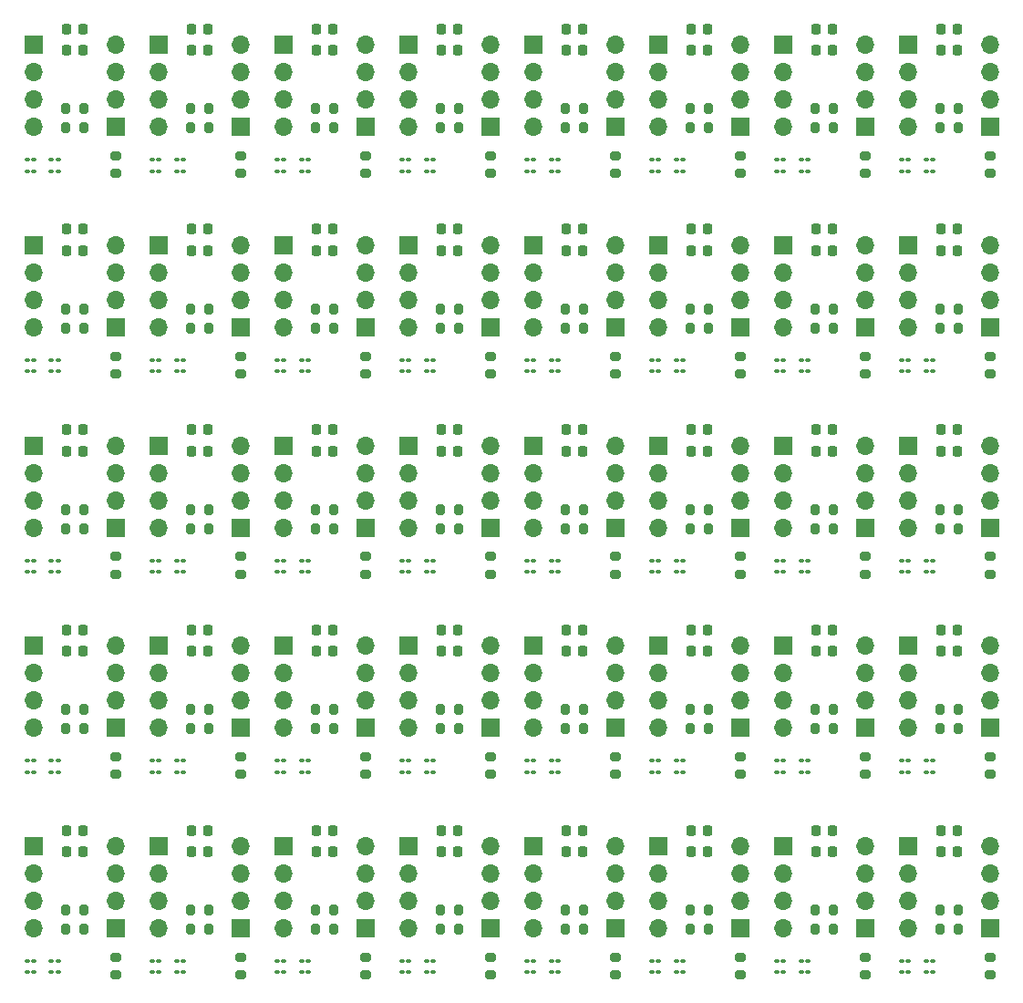
<source format=gbr>
%TF.GenerationSoftware,KiCad,Pcbnew,8.0.8*%
%TF.CreationDate,2025-03-09T21:38:21+09:00*%
%TF.ProjectId,panelized,70616e65-6c69-47a6-9564-2e6b69636164,rev?*%
%TF.SameCoordinates,Original*%
%TF.FileFunction,Soldermask,Bot*%
%TF.FilePolarity,Negative*%
%FSLAX46Y46*%
G04 Gerber Fmt 4.6, Leading zero omitted, Abs format (unit mm)*
G04 Created by KiCad (PCBNEW 8.0.8) date 2025-03-09 21:38:21*
%MOMM*%
%LPD*%
G01*
G04 APERTURE LIST*
G04 Aperture macros list*
%AMRoundRect*
0 Rectangle with rounded corners*
0 $1 Rounding radius*
0 $2 $3 $4 $5 $6 $7 $8 $9 X,Y pos of 4 corners*
0 Add a 4 corners polygon primitive as box body*
4,1,4,$2,$3,$4,$5,$6,$7,$8,$9,$2,$3,0*
0 Add four circle primitives for the rounded corners*
1,1,$1+$1,$2,$3*
1,1,$1+$1,$4,$5*
1,1,$1+$1,$6,$7*
1,1,$1+$1,$8,$9*
0 Add four rect primitives between the rounded corners*
20,1,$1+$1,$2,$3,$4,$5,0*
20,1,$1+$1,$4,$5,$6,$7,0*
20,1,$1+$1,$6,$7,$8,$9,0*
20,1,$1+$1,$8,$9,$2,$3,0*%
G04 Aperture macros list end*
%ADD10RoundRect,0.100000X0.130000X0.100000X-0.130000X0.100000X-0.130000X-0.100000X0.130000X-0.100000X0*%
%ADD11RoundRect,0.225000X-0.225000X-0.250000X0.225000X-0.250000X0.225000X0.250000X-0.225000X0.250000X0*%
%ADD12RoundRect,0.200000X0.200000X0.275000X-0.200000X0.275000X-0.200000X-0.275000X0.200000X-0.275000X0*%
%ADD13R,1.700000X1.700000*%
%ADD14O,1.700000X1.700000*%
%ADD15RoundRect,0.200000X0.275000X-0.200000X0.275000X0.200000X-0.275000X0.200000X-0.275000X-0.200000X0*%
%ADD16RoundRect,0.225000X0.225000X0.250000X-0.225000X0.250000X-0.225000X-0.250000X0.225000X-0.250000X0*%
G04 APERTURE END LIST*
D10*
%TO.C,JP3*%
X1720000Y-15850000D03*
X1080000Y-15850000D03*
%TD*%
D11*
%TO.C,C1*%
X39525000Y-24300000D03*
X41075000Y-24300000D03*
%TD*%
D10*
%TO.C,JP3*%
X59720000Y-15850000D03*
X59080000Y-15850000D03*
%TD*%
%TO.C,JP3*%
X36520000Y-53050000D03*
X35880000Y-53050000D03*
%TD*%
D12*
%TO.C,R3*%
X6325000Y-11100000D03*
X4675000Y-11100000D03*
%TD*%
D13*
%TO.C,J3*%
X67310000Y-50010000D03*
D14*
X67310000Y-47470000D03*
X67310000Y-44930000D03*
X67310000Y-42390000D03*
%TD*%
D10*
%TO.C,JP3*%
X82920000Y-15850000D03*
X82280000Y-15850000D03*
%TD*%
D12*
%TO.C,R3*%
X52725000Y-29700000D03*
X51075000Y-29700000D03*
%TD*%
D11*
%TO.C,C1*%
X16325000Y-5700000D03*
X17875000Y-5700000D03*
%TD*%
D10*
%TO.C,JP2*%
X4000000Y-72700000D03*
X3360000Y-72700000D03*
%TD*%
D13*
%TO.C,J3*%
X20910000Y-68610000D03*
D14*
X20910000Y-66070000D03*
X20910000Y-63530000D03*
X20910000Y-60990000D03*
%TD*%
D12*
%TO.C,R3*%
X75925000Y-11100000D03*
X74275000Y-11100000D03*
%TD*%
D13*
%TO.C,J3*%
X32510000Y-31410000D03*
D14*
X32510000Y-28870000D03*
X32510000Y-26330000D03*
X32510000Y-23790000D03*
%TD*%
D10*
%TO.C,JP4*%
X13320000Y-91300000D03*
X12680000Y-91300000D03*
%TD*%
%TO.C,JP4*%
X82920000Y-35500000D03*
X82280000Y-35500000D03*
%TD*%
D12*
%TO.C,R1*%
X87525000Y-87300000D03*
X85875000Y-87300000D03*
%TD*%
%TO.C,R1*%
X64325000Y-68700000D03*
X62675000Y-68700000D03*
%TD*%
D10*
%TO.C,JP2*%
X50400000Y-16900000D03*
X49760000Y-16900000D03*
%TD*%
%TO.C,JP1*%
X62000000Y-53050000D03*
X61360000Y-53050000D03*
%TD*%
D12*
%TO.C,R1*%
X64325000Y-50100000D03*
X62675000Y-50100000D03*
%TD*%
D13*
%TO.C,J3*%
X67310000Y-31410000D03*
D14*
X67310000Y-28870000D03*
X67310000Y-26330000D03*
X67310000Y-23790000D03*
%TD*%
D13*
%TO.C,J3*%
X67310000Y-12810000D03*
D14*
X67310000Y-10270000D03*
X67310000Y-7730000D03*
X67310000Y-5190000D03*
%TD*%
D13*
%TO.C,J1*%
X13290000Y-5190000D03*
D14*
X13290000Y-7730000D03*
X13290000Y-10270000D03*
X13290000Y-12810000D03*
%TD*%
D10*
%TO.C,JP1*%
X50400000Y-53050000D03*
X49760000Y-53050000D03*
%TD*%
D12*
%TO.C,R1*%
X17925000Y-12900000D03*
X16275000Y-12900000D03*
%TD*%
%TO.C,R1*%
X17925000Y-87300000D03*
X16275000Y-87300000D03*
%TD*%
D15*
%TO.C,R2*%
X9300000Y-17125000D03*
X9300000Y-15475000D03*
%TD*%
D13*
%TO.C,J1*%
X82890000Y-60990000D03*
D14*
X82890000Y-63530000D03*
X82890000Y-66070000D03*
X82890000Y-68610000D03*
%TD*%
D10*
%TO.C,JP2*%
X73600000Y-35500000D03*
X72960000Y-35500000D03*
%TD*%
D13*
%TO.C,J1*%
X1690000Y-79590000D03*
D14*
X1690000Y-82130000D03*
X1690000Y-84670000D03*
X1690000Y-87210000D03*
%TD*%
D10*
%TO.C,JP4*%
X1720000Y-72700000D03*
X1080000Y-72700000D03*
%TD*%
D11*
%TO.C,C1*%
X16325000Y-24300000D03*
X17875000Y-24300000D03*
%TD*%
D10*
%TO.C,JP1*%
X73600000Y-34450000D03*
X72960000Y-34450000D03*
%TD*%
%TO.C,JP4*%
X36520000Y-91300000D03*
X35880000Y-91300000D03*
%TD*%
D16*
%TO.C,C2*%
X6275000Y-22300000D03*
X4725000Y-22300000D03*
%TD*%
D12*
%TO.C,R3*%
X29525000Y-11100000D03*
X27875000Y-11100000D03*
%TD*%
D15*
%TO.C,R2*%
X78900000Y-91525000D03*
X78900000Y-89875000D03*
%TD*%
D10*
%TO.C,JP2*%
X38800000Y-91300000D03*
X38160000Y-91300000D03*
%TD*%
D13*
%TO.C,J3*%
X44110000Y-68610000D03*
D14*
X44110000Y-66070000D03*
X44110000Y-63530000D03*
X44110000Y-60990000D03*
%TD*%
D13*
%TO.C,J3*%
X78910000Y-68610000D03*
D14*
X78910000Y-66070000D03*
X78910000Y-63530000D03*
X78910000Y-60990000D03*
%TD*%
D15*
%TO.C,R2*%
X78900000Y-54325000D03*
X78900000Y-52675000D03*
%TD*%
D10*
%TO.C,JP4*%
X24920000Y-72700000D03*
X24280000Y-72700000D03*
%TD*%
D15*
%TO.C,R2*%
X55700000Y-91525000D03*
X55700000Y-89875000D03*
%TD*%
D10*
%TO.C,JP3*%
X13320000Y-15850000D03*
X12680000Y-15850000D03*
%TD*%
%TO.C,JP2*%
X15600000Y-91300000D03*
X14960000Y-91300000D03*
%TD*%
%TO.C,JP4*%
X36520000Y-72700000D03*
X35880000Y-72700000D03*
%TD*%
%TO.C,JP3*%
X71320000Y-53050000D03*
X70680000Y-53050000D03*
%TD*%
D13*
%TO.C,J1*%
X82890000Y-42390000D03*
D14*
X82890000Y-44930000D03*
X82890000Y-47470000D03*
X82890000Y-50010000D03*
%TD*%
D15*
%TO.C,R2*%
X78900000Y-72925000D03*
X78900000Y-71275000D03*
%TD*%
D11*
%TO.C,C1*%
X51125000Y-24300000D03*
X52675000Y-24300000D03*
%TD*%
D16*
%TO.C,C2*%
X17875000Y-22300000D03*
X16325000Y-22300000D03*
%TD*%
D10*
%TO.C,JP3*%
X24920000Y-34450000D03*
X24280000Y-34450000D03*
%TD*%
%TO.C,JP3*%
X1720000Y-90250000D03*
X1080000Y-90250000D03*
%TD*%
D15*
%TO.C,R2*%
X44100000Y-72925000D03*
X44100000Y-71275000D03*
%TD*%
D12*
%TO.C,R1*%
X29525000Y-12900000D03*
X27875000Y-12900000D03*
%TD*%
D13*
%TO.C,J1*%
X59690000Y-60990000D03*
D14*
X59690000Y-63530000D03*
X59690000Y-66070000D03*
X59690000Y-68610000D03*
%TD*%
D10*
%TO.C,JP1*%
X62000000Y-34450000D03*
X61360000Y-34450000D03*
%TD*%
%TO.C,JP4*%
X59720000Y-91300000D03*
X59080000Y-91300000D03*
%TD*%
%TO.C,JP4*%
X24920000Y-35500000D03*
X24280000Y-35500000D03*
%TD*%
D11*
%TO.C,C1*%
X85925000Y-5700000D03*
X87475000Y-5700000D03*
%TD*%
D10*
%TO.C,JP3*%
X24920000Y-71650000D03*
X24280000Y-71650000D03*
%TD*%
D12*
%TO.C,R1*%
X17925000Y-68700000D03*
X16275000Y-68700000D03*
%TD*%
D16*
%TO.C,C2*%
X87475000Y-40900000D03*
X85925000Y-40900000D03*
%TD*%
D10*
%TO.C,JP3*%
X24920000Y-15850000D03*
X24280000Y-15850000D03*
%TD*%
D13*
%TO.C,J3*%
X90510000Y-87210000D03*
D14*
X90510000Y-84670000D03*
X90510000Y-82130000D03*
X90510000Y-79590000D03*
%TD*%
D10*
%TO.C,JP1*%
X85200000Y-15850000D03*
X84560000Y-15850000D03*
%TD*%
D11*
%TO.C,C1*%
X4725000Y-5700000D03*
X6275000Y-5700000D03*
%TD*%
D10*
%TO.C,JP1*%
X15600000Y-71650000D03*
X14960000Y-71650000D03*
%TD*%
%TO.C,JP2*%
X4000000Y-35500000D03*
X3360000Y-35500000D03*
%TD*%
%TO.C,JP4*%
X48120000Y-35500000D03*
X47480000Y-35500000D03*
%TD*%
D13*
%TO.C,J1*%
X24890000Y-42390000D03*
D14*
X24890000Y-44930000D03*
X24890000Y-47470000D03*
X24890000Y-50010000D03*
%TD*%
D13*
%TO.C,J1*%
X13290000Y-23790000D03*
D14*
X13290000Y-26330000D03*
X13290000Y-28870000D03*
X13290000Y-31410000D03*
%TD*%
D15*
%TO.C,R2*%
X55700000Y-35725000D03*
X55700000Y-34075000D03*
%TD*%
D13*
%TO.C,J1*%
X1690000Y-5190000D03*
D14*
X1690000Y-7730000D03*
X1690000Y-10270000D03*
X1690000Y-12810000D03*
%TD*%
D12*
%TO.C,R3*%
X87525000Y-11100000D03*
X85875000Y-11100000D03*
%TD*%
%TO.C,R3*%
X41125000Y-66900000D03*
X39475000Y-66900000D03*
%TD*%
D10*
%TO.C,JP3*%
X36520000Y-34450000D03*
X35880000Y-34450000D03*
%TD*%
%TO.C,JP2*%
X62000000Y-54100000D03*
X61360000Y-54100000D03*
%TD*%
D13*
%TO.C,J3*%
X78910000Y-31410000D03*
D14*
X78910000Y-28870000D03*
X78910000Y-26330000D03*
X78910000Y-23790000D03*
%TD*%
D15*
%TO.C,R2*%
X67300000Y-72925000D03*
X67300000Y-71275000D03*
%TD*%
D10*
%TO.C,JP2*%
X62000000Y-72700000D03*
X61360000Y-72700000D03*
%TD*%
D15*
%TO.C,R2*%
X90500000Y-35725000D03*
X90500000Y-34075000D03*
%TD*%
D13*
%TO.C,J1*%
X24890000Y-60990000D03*
D14*
X24890000Y-63530000D03*
X24890000Y-66070000D03*
X24890000Y-68610000D03*
%TD*%
D10*
%TO.C,JP4*%
X71320000Y-91300000D03*
X70680000Y-91300000D03*
%TD*%
%TO.C,JP1*%
X38800000Y-90250000D03*
X38160000Y-90250000D03*
%TD*%
%TO.C,JP2*%
X15600000Y-35500000D03*
X14960000Y-35500000D03*
%TD*%
%TO.C,JP1*%
X62000000Y-90250000D03*
X61360000Y-90250000D03*
%TD*%
D15*
%TO.C,R2*%
X90500000Y-17125000D03*
X90500000Y-15475000D03*
%TD*%
D11*
%TO.C,C1*%
X74325000Y-61500000D03*
X75875000Y-61500000D03*
%TD*%
D12*
%TO.C,R3*%
X64325000Y-85500000D03*
X62675000Y-85500000D03*
%TD*%
%TO.C,R1*%
X6325000Y-87300000D03*
X4675000Y-87300000D03*
%TD*%
D13*
%TO.C,J3*%
X78910000Y-12810000D03*
D14*
X78910000Y-10270000D03*
X78910000Y-7730000D03*
X78910000Y-5190000D03*
%TD*%
D15*
%TO.C,R2*%
X67300000Y-54325000D03*
X67300000Y-52675000D03*
%TD*%
D10*
%TO.C,JP1*%
X50400000Y-71650000D03*
X49760000Y-71650000D03*
%TD*%
D16*
%TO.C,C2*%
X87475000Y-78100000D03*
X85925000Y-78100000D03*
%TD*%
D12*
%TO.C,R1*%
X64325000Y-12900000D03*
X62675000Y-12900000D03*
%TD*%
D10*
%TO.C,JP1*%
X4000000Y-34450000D03*
X3360000Y-34450000D03*
%TD*%
%TO.C,JP4*%
X24920000Y-54100000D03*
X24280000Y-54100000D03*
%TD*%
D15*
%TO.C,R2*%
X78900000Y-35725000D03*
X78900000Y-34075000D03*
%TD*%
D12*
%TO.C,R3*%
X6325000Y-85500000D03*
X4675000Y-85500000D03*
%TD*%
D10*
%TO.C,JP4*%
X24920000Y-16900000D03*
X24280000Y-16900000D03*
%TD*%
%TO.C,JP4*%
X1720000Y-35500000D03*
X1080000Y-35500000D03*
%TD*%
D13*
%TO.C,J1*%
X48090000Y-60990000D03*
D14*
X48090000Y-63530000D03*
X48090000Y-66070000D03*
X48090000Y-68610000D03*
%TD*%
D11*
%TO.C,C1*%
X62725000Y-24300000D03*
X64275000Y-24300000D03*
%TD*%
D10*
%TO.C,JP2*%
X85200000Y-35500000D03*
X84560000Y-35500000D03*
%TD*%
%TO.C,JP1*%
X27200000Y-34450000D03*
X26560000Y-34450000D03*
%TD*%
D12*
%TO.C,R3*%
X75925000Y-85500000D03*
X74275000Y-85500000D03*
%TD*%
D10*
%TO.C,JP3*%
X71320000Y-90250000D03*
X70680000Y-90250000D03*
%TD*%
D15*
%TO.C,R2*%
X67300000Y-35725000D03*
X67300000Y-34075000D03*
%TD*%
D10*
%TO.C,JP4*%
X48120000Y-54100000D03*
X47480000Y-54100000D03*
%TD*%
D11*
%TO.C,C1*%
X27925000Y-5700000D03*
X29475000Y-5700000D03*
%TD*%
D10*
%TO.C,JP2*%
X50400000Y-91300000D03*
X49760000Y-91300000D03*
%TD*%
D12*
%TO.C,R1*%
X75925000Y-12900000D03*
X74275000Y-12900000D03*
%TD*%
D10*
%TO.C,JP1*%
X27200000Y-15850000D03*
X26560000Y-15850000D03*
%TD*%
D13*
%TO.C,J3*%
X78910000Y-87210000D03*
D14*
X78910000Y-84670000D03*
X78910000Y-82130000D03*
X78910000Y-79590000D03*
%TD*%
D12*
%TO.C,R3*%
X87525000Y-66900000D03*
X85875000Y-66900000D03*
%TD*%
D15*
%TO.C,R2*%
X20900000Y-35725000D03*
X20900000Y-34075000D03*
%TD*%
D12*
%TO.C,R1*%
X75925000Y-68700000D03*
X74275000Y-68700000D03*
%TD*%
D13*
%TO.C,J1*%
X36490000Y-60990000D03*
D14*
X36490000Y-63530000D03*
X36490000Y-66070000D03*
X36490000Y-68610000D03*
%TD*%
D12*
%TO.C,R1*%
X29525000Y-87300000D03*
X27875000Y-87300000D03*
%TD*%
D13*
%TO.C,J1*%
X48090000Y-23790000D03*
D14*
X48090000Y-26330000D03*
X48090000Y-28870000D03*
X48090000Y-31410000D03*
%TD*%
D10*
%TO.C,JP3*%
X59720000Y-53050000D03*
X59080000Y-53050000D03*
%TD*%
%TO.C,JP2*%
X27200000Y-54100000D03*
X26560000Y-54100000D03*
%TD*%
%TO.C,JP4*%
X82920000Y-72700000D03*
X82280000Y-72700000D03*
%TD*%
D13*
%TO.C,J1*%
X36490000Y-5190000D03*
D14*
X36490000Y-7730000D03*
X36490000Y-10270000D03*
X36490000Y-12810000D03*
%TD*%
D10*
%TO.C,JP3*%
X82920000Y-53050000D03*
X82280000Y-53050000D03*
%TD*%
%TO.C,JP1*%
X4000000Y-71650000D03*
X3360000Y-71650000D03*
%TD*%
%TO.C,JP2*%
X4000000Y-54100000D03*
X3360000Y-54100000D03*
%TD*%
D12*
%TO.C,R3*%
X52725000Y-66900000D03*
X51075000Y-66900000D03*
%TD*%
D11*
%TO.C,C1*%
X85925000Y-42900000D03*
X87475000Y-42900000D03*
%TD*%
%TO.C,C1*%
X4725000Y-24300000D03*
X6275000Y-24300000D03*
%TD*%
D12*
%TO.C,R1*%
X41125000Y-31500000D03*
X39475000Y-31500000D03*
%TD*%
D11*
%TO.C,C1*%
X39525000Y-5700000D03*
X41075000Y-5700000D03*
%TD*%
D13*
%TO.C,J1*%
X48090000Y-42390000D03*
D14*
X48090000Y-44930000D03*
X48090000Y-47470000D03*
X48090000Y-50010000D03*
%TD*%
D10*
%TO.C,JP4*%
X59720000Y-72700000D03*
X59080000Y-72700000D03*
%TD*%
D11*
%TO.C,C1*%
X51125000Y-80100000D03*
X52675000Y-80100000D03*
%TD*%
D10*
%TO.C,JP2*%
X62000000Y-35500000D03*
X61360000Y-35500000D03*
%TD*%
D13*
%TO.C,J3*%
X90510000Y-50010000D03*
D14*
X90510000Y-47470000D03*
X90510000Y-44930000D03*
X90510000Y-42390000D03*
%TD*%
D10*
%TO.C,JP4*%
X13320000Y-35500000D03*
X12680000Y-35500000D03*
%TD*%
D15*
%TO.C,R2*%
X32500000Y-35725000D03*
X32500000Y-34075000D03*
%TD*%
D10*
%TO.C,JP3*%
X48120000Y-53050000D03*
X47480000Y-53050000D03*
%TD*%
D13*
%TO.C,J3*%
X20910000Y-50010000D03*
D14*
X20910000Y-47470000D03*
X20910000Y-44930000D03*
X20910000Y-42390000D03*
%TD*%
D13*
%TO.C,J3*%
X90510000Y-12810000D03*
D14*
X90510000Y-10270000D03*
X90510000Y-7730000D03*
X90510000Y-5190000D03*
%TD*%
D11*
%TO.C,C1*%
X51125000Y-61500000D03*
X52675000Y-61500000D03*
%TD*%
D12*
%TO.C,R1*%
X6325000Y-12900000D03*
X4675000Y-12900000D03*
%TD*%
D10*
%TO.C,JP2*%
X38800000Y-35500000D03*
X38160000Y-35500000D03*
%TD*%
%TO.C,JP1*%
X50400000Y-34450000D03*
X49760000Y-34450000D03*
%TD*%
%TO.C,JP4*%
X82920000Y-54100000D03*
X82280000Y-54100000D03*
%TD*%
D12*
%TO.C,R3*%
X17925000Y-85500000D03*
X16275000Y-85500000D03*
%TD*%
D10*
%TO.C,JP3*%
X1720000Y-53050000D03*
X1080000Y-53050000D03*
%TD*%
%TO.C,JP1*%
X27200000Y-71650000D03*
X26560000Y-71650000D03*
%TD*%
D13*
%TO.C,J3*%
X44110000Y-12810000D03*
D14*
X44110000Y-10270000D03*
X44110000Y-7730000D03*
X44110000Y-5190000D03*
%TD*%
D10*
%TO.C,JP3*%
X59720000Y-34450000D03*
X59080000Y-34450000D03*
%TD*%
D16*
%TO.C,C2*%
X75875000Y-40900000D03*
X74325000Y-40900000D03*
%TD*%
D11*
%TO.C,C1*%
X62725000Y-5700000D03*
X64275000Y-5700000D03*
%TD*%
D12*
%TO.C,R3*%
X75925000Y-48300000D03*
X74275000Y-48300000D03*
%TD*%
%TO.C,R3*%
X17925000Y-11100000D03*
X16275000Y-11100000D03*
%TD*%
D10*
%TO.C,JP3*%
X82920000Y-90250000D03*
X82280000Y-90250000D03*
%TD*%
D16*
%TO.C,C2*%
X29475000Y-59500000D03*
X27925000Y-59500000D03*
%TD*%
D13*
%TO.C,J1*%
X71290000Y-5190000D03*
D14*
X71290000Y-7730000D03*
X71290000Y-10270000D03*
X71290000Y-12810000D03*
%TD*%
D15*
%TO.C,R2*%
X9300000Y-54325000D03*
X9300000Y-52675000D03*
%TD*%
D12*
%TO.C,R1*%
X75925000Y-87300000D03*
X74275000Y-87300000D03*
%TD*%
D10*
%TO.C,JP2*%
X73600000Y-72700000D03*
X72960000Y-72700000D03*
%TD*%
%TO.C,JP4*%
X13320000Y-72700000D03*
X12680000Y-72700000D03*
%TD*%
%TO.C,JP2*%
X15600000Y-54100000D03*
X14960000Y-54100000D03*
%TD*%
D16*
%TO.C,C2*%
X64275000Y-40900000D03*
X62725000Y-40900000D03*
%TD*%
D10*
%TO.C,JP4*%
X1720000Y-54100000D03*
X1080000Y-54100000D03*
%TD*%
%TO.C,JP2*%
X15600000Y-72700000D03*
X14960000Y-72700000D03*
%TD*%
D15*
%TO.C,R2*%
X44100000Y-17125000D03*
X44100000Y-15475000D03*
%TD*%
D10*
%TO.C,JP4*%
X71320000Y-16900000D03*
X70680000Y-16900000D03*
%TD*%
D13*
%TO.C,J1*%
X13290000Y-79590000D03*
D14*
X13290000Y-82130000D03*
X13290000Y-84670000D03*
X13290000Y-87210000D03*
%TD*%
D10*
%TO.C,JP1*%
X15600000Y-90250000D03*
X14960000Y-90250000D03*
%TD*%
D12*
%TO.C,R1*%
X87525000Y-68700000D03*
X85875000Y-68700000D03*
%TD*%
D11*
%TO.C,C1*%
X85925000Y-61500000D03*
X87475000Y-61500000D03*
%TD*%
D16*
%TO.C,C2*%
X17875000Y-3700000D03*
X16325000Y-3700000D03*
%TD*%
D15*
%TO.C,R2*%
X32500000Y-72925000D03*
X32500000Y-71275000D03*
%TD*%
D13*
%TO.C,J3*%
X9310000Y-87210000D03*
D14*
X9310000Y-84670000D03*
X9310000Y-82130000D03*
X9310000Y-79590000D03*
%TD*%
D10*
%TO.C,JP1*%
X85200000Y-90250000D03*
X84560000Y-90250000D03*
%TD*%
%TO.C,JP4*%
X82920000Y-16900000D03*
X82280000Y-16900000D03*
%TD*%
%TO.C,JP4*%
X13320000Y-54100000D03*
X12680000Y-54100000D03*
%TD*%
%TO.C,JP2*%
X85200000Y-16900000D03*
X84560000Y-16900000D03*
%TD*%
D13*
%TO.C,J3*%
X55710000Y-87210000D03*
D14*
X55710000Y-84670000D03*
X55710000Y-82130000D03*
X55710000Y-79590000D03*
%TD*%
D12*
%TO.C,R3*%
X75925000Y-29700000D03*
X74275000Y-29700000D03*
%TD*%
D10*
%TO.C,JP4*%
X71320000Y-72700000D03*
X70680000Y-72700000D03*
%TD*%
D13*
%TO.C,J1*%
X13290000Y-42390000D03*
D14*
X13290000Y-44930000D03*
X13290000Y-47470000D03*
X13290000Y-50010000D03*
%TD*%
D12*
%TO.C,R3*%
X52725000Y-48300000D03*
X51075000Y-48300000D03*
%TD*%
D13*
%TO.C,J3*%
X44110000Y-31410000D03*
D14*
X44110000Y-28870000D03*
X44110000Y-26330000D03*
X44110000Y-23790000D03*
%TD*%
D15*
%TO.C,R2*%
X20900000Y-54325000D03*
X20900000Y-52675000D03*
%TD*%
D12*
%TO.C,R1*%
X41125000Y-50100000D03*
X39475000Y-50100000D03*
%TD*%
%TO.C,R3*%
X41125000Y-85500000D03*
X39475000Y-85500000D03*
%TD*%
D13*
%TO.C,J1*%
X24890000Y-79590000D03*
D14*
X24890000Y-82130000D03*
X24890000Y-84670000D03*
X24890000Y-87210000D03*
%TD*%
D11*
%TO.C,C1*%
X27925000Y-80100000D03*
X29475000Y-80100000D03*
%TD*%
D10*
%TO.C,JP3*%
X36520000Y-71650000D03*
X35880000Y-71650000D03*
%TD*%
D12*
%TO.C,R3*%
X17925000Y-48300000D03*
X16275000Y-48300000D03*
%TD*%
D16*
%TO.C,C2*%
X6275000Y-78100000D03*
X4725000Y-78100000D03*
%TD*%
%TO.C,C2*%
X87475000Y-59500000D03*
X85925000Y-59500000D03*
%TD*%
%TO.C,C2*%
X6275000Y-3700000D03*
X4725000Y-3700000D03*
%TD*%
D10*
%TO.C,JP2*%
X85200000Y-54100000D03*
X84560000Y-54100000D03*
%TD*%
D11*
%TO.C,C1*%
X4725000Y-80100000D03*
X6275000Y-80100000D03*
%TD*%
%TO.C,C1*%
X85925000Y-80100000D03*
X87475000Y-80100000D03*
%TD*%
D15*
%TO.C,R2*%
X55700000Y-54325000D03*
X55700000Y-52675000D03*
%TD*%
D10*
%TO.C,JP4*%
X71320000Y-54100000D03*
X70680000Y-54100000D03*
%TD*%
D13*
%TO.C,J3*%
X32510000Y-68610000D03*
D14*
X32510000Y-66070000D03*
X32510000Y-63530000D03*
X32510000Y-60990000D03*
%TD*%
D15*
%TO.C,R2*%
X32500000Y-17125000D03*
X32500000Y-15475000D03*
%TD*%
D10*
%TO.C,JP3*%
X48120000Y-15850000D03*
X47480000Y-15850000D03*
%TD*%
D12*
%TO.C,R1*%
X52725000Y-12900000D03*
X51075000Y-12900000D03*
%TD*%
D15*
%TO.C,R2*%
X32500000Y-91525000D03*
X32500000Y-89875000D03*
%TD*%
D12*
%TO.C,R3*%
X87525000Y-85500000D03*
X85875000Y-85500000D03*
%TD*%
D16*
%TO.C,C2*%
X64275000Y-59500000D03*
X62725000Y-59500000D03*
%TD*%
D13*
%TO.C,J1*%
X48090000Y-5190000D03*
D14*
X48090000Y-7730000D03*
X48090000Y-10270000D03*
X48090000Y-12810000D03*
%TD*%
D12*
%TO.C,R1*%
X75925000Y-50100000D03*
X74275000Y-50100000D03*
%TD*%
D10*
%TO.C,JP3*%
X59720000Y-71650000D03*
X59080000Y-71650000D03*
%TD*%
D13*
%TO.C,J3*%
X9310000Y-50010000D03*
D14*
X9310000Y-47470000D03*
X9310000Y-44930000D03*
X9310000Y-42390000D03*
%TD*%
D10*
%TO.C,JP3*%
X13320000Y-53050000D03*
X12680000Y-53050000D03*
%TD*%
D13*
%TO.C,J1*%
X36490000Y-42390000D03*
D14*
X36490000Y-44930000D03*
X36490000Y-47470000D03*
X36490000Y-50010000D03*
%TD*%
D10*
%TO.C,JP3*%
X82920000Y-34450000D03*
X82280000Y-34450000D03*
%TD*%
D12*
%TO.C,R3*%
X29525000Y-85500000D03*
X27875000Y-85500000D03*
%TD*%
D13*
%TO.C,J3*%
X67310000Y-68610000D03*
D14*
X67310000Y-66070000D03*
X67310000Y-63530000D03*
X67310000Y-60990000D03*
%TD*%
D10*
%TO.C,JP1*%
X4000000Y-53050000D03*
X3360000Y-53050000D03*
%TD*%
%TO.C,JP1*%
X38800000Y-71650000D03*
X38160000Y-71650000D03*
%TD*%
D12*
%TO.C,R3*%
X6325000Y-29700000D03*
X4675000Y-29700000D03*
%TD*%
%TO.C,R3*%
X87525000Y-48300000D03*
X85875000Y-48300000D03*
%TD*%
D10*
%TO.C,JP1*%
X4000000Y-90250000D03*
X3360000Y-90250000D03*
%TD*%
D12*
%TO.C,R1*%
X6325000Y-50100000D03*
X4675000Y-50100000D03*
%TD*%
D11*
%TO.C,C1*%
X27925000Y-42900000D03*
X29475000Y-42900000D03*
%TD*%
D16*
%TO.C,C2*%
X29475000Y-3700000D03*
X27925000Y-3700000D03*
%TD*%
D10*
%TO.C,JP1*%
X38800000Y-34450000D03*
X38160000Y-34450000D03*
%TD*%
D12*
%TO.C,R1*%
X87525000Y-31500000D03*
X85875000Y-31500000D03*
%TD*%
D10*
%TO.C,JP1*%
X85200000Y-71650000D03*
X84560000Y-71650000D03*
%TD*%
%TO.C,JP1*%
X73600000Y-15850000D03*
X72960000Y-15850000D03*
%TD*%
D13*
%TO.C,J1*%
X24890000Y-5190000D03*
D14*
X24890000Y-7730000D03*
X24890000Y-10270000D03*
X24890000Y-12810000D03*
%TD*%
D12*
%TO.C,R3*%
X64325000Y-29700000D03*
X62675000Y-29700000D03*
%TD*%
%TO.C,R3*%
X75925000Y-66900000D03*
X74275000Y-66900000D03*
%TD*%
D10*
%TO.C,JP4*%
X1720000Y-91300000D03*
X1080000Y-91300000D03*
%TD*%
%TO.C,JP3*%
X48120000Y-34450000D03*
X47480000Y-34450000D03*
%TD*%
%TO.C,JP1*%
X15600000Y-53050000D03*
X14960000Y-53050000D03*
%TD*%
D11*
%TO.C,C1*%
X62725000Y-80100000D03*
X64275000Y-80100000D03*
%TD*%
D10*
%TO.C,JP2*%
X38800000Y-54100000D03*
X38160000Y-54100000D03*
%TD*%
D13*
%TO.C,J1*%
X36490000Y-79590000D03*
D14*
X36490000Y-82130000D03*
X36490000Y-84670000D03*
X36490000Y-87210000D03*
%TD*%
D10*
%TO.C,JP3*%
X1720000Y-34450000D03*
X1080000Y-34450000D03*
%TD*%
%TO.C,JP1*%
X15600000Y-34450000D03*
X14960000Y-34450000D03*
%TD*%
%TO.C,JP1*%
X73600000Y-53050000D03*
X72960000Y-53050000D03*
%TD*%
%TO.C,JP3*%
X48120000Y-90250000D03*
X47480000Y-90250000D03*
%TD*%
D12*
%TO.C,R1*%
X41125000Y-68700000D03*
X39475000Y-68700000D03*
%TD*%
D10*
%TO.C,JP4*%
X48120000Y-91300000D03*
X47480000Y-91300000D03*
%TD*%
D15*
%TO.C,R2*%
X67300000Y-91525000D03*
X67300000Y-89875000D03*
%TD*%
D11*
%TO.C,C1*%
X27925000Y-61500000D03*
X29475000Y-61500000D03*
%TD*%
D13*
%TO.C,J1*%
X71290000Y-60990000D03*
D14*
X71290000Y-63530000D03*
X71290000Y-66070000D03*
X71290000Y-68610000D03*
%TD*%
D11*
%TO.C,C1*%
X39525000Y-80100000D03*
X41075000Y-80100000D03*
%TD*%
D12*
%TO.C,R3*%
X17925000Y-66900000D03*
X16275000Y-66900000D03*
%TD*%
D13*
%TO.C,J1*%
X59690000Y-23790000D03*
D14*
X59690000Y-26330000D03*
X59690000Y-28870000D03*
X59690000Y-31410000D03*
%TD*%
D10*
%TO.C,JP2*%
X50400000Y-54100000D03*
X49760000Y-54100000D03*
%TD*%
%TO.C,JP2*%
X85200000Y-91300000D03*
X84560000Y-91300000D03*
%TD*%
D15*
%TO.C,R2*%
X55700000Y-72925000D03*
X55700000Y-71275000D03*
%TD*%
D10*
%TO.C,JP4*%
X24920000Y-91300000D03*
X24280000Y-91300000D03*
%TD*%
D16*
%TO.C,C2*%
X75875000Y-3700000D03*
X74325000Y-3700000D03*
%TD*%
D15*
%TO.C,R2*%
X44100000Y-91525000D03*
X44100000Y-89875000D03*
%TD*%
D13*
%TO.C,J1*%
X1690000Y-23790000D03*
D14*
X1690000Y-26330000D03*
X1690000Y-28870000D03*
X1690000Y-31410000D03*
%TD*%
D16*
%TO.C,C2*%
X87475000Y-3700000D03*
X85925000Y-3700000D03*
%TD*%
%TO.C,C2*%
X17875000Y-40900000D03*
X16325000Y-40900000D03*
%TD*%
D10*
%TO.C,JP2*%
X73600000Y-91300000D03*
X72960000Y-91300000D03*
%TD*%
D15*
%TO.C,R2*%
X20900000Y-91525000D03*
X20900000Y-89875000D03*
%TD*%
D10*
%TO.C,JP3*%
X24920000Y-90250000D03*
X24280000Y-90250000D03*
%TD*%
D11*
%TO.C,C1*%
X85925000Y-24300000D03*
X87475000Y-24300000D03*
%TD*%
D10*
%TO.C,JP2*%
X15600000Y-16900000D03*
X14960000Y-16900000D03*
%TD*%
D16*
%TO.C,C2*%
X52675000Y-40900000D03*
X51125000Y-40900000D03*
%TD*%
D12*
%TO.C,R3*%
X41125000Y-29700000D03*
X39475000Y-29700000D03*
%TD*%
D10*
%TO.C,JP2*%
X27200000Y-91300000D03*
X26560000Y-91300000D03*
%TD*%
D15*
%TO.C,R2*%
X90500000Y-54325000D03*
X90500000Y-52675000D03*
%TD*%
D10*
%TO.C,JP1*%
X50400000Y-15850000D03*
X49760000Y-15850000D03*
%TD*%
D13*
%TO.C,J3*%
X55710000Y-31410000D03*
D14*
X55710000Y-28870000D03*
X55710000Y-26330000D03*
X55710000Y-23790000D03*
%TD*%
D12*
%TO.C,R1*%
X41125000Y-12900000D03*
X39475000Y-12900000D03*
%TD*%
D13*
%TO.C,J1*%
X59690000Y-5190000D03*
D14*
X59690000Y-7730000D03*
X59690000Y-10270000D03*
X59690000Y-12810000D03*
%TD*%
D13*
%TO.C,J3*%
X44110000Y-50010000D03*
D14*
X44110000Y-47470000D03*
X44110000Y-44930000D03*
X44110000Y-42390000D03*
%TD*%
D10*
%TO.C,JP4*%
X59720000Y-54100000D03*
X59080000Y-54100000D03*
%TD*%
D15*
%TO.C,R2*%
X9300000Y-72925000D03*
X9300000Y-71275000D03*
%TD*%
D10*
%TO.C,JP4*%
X48120000Y-72700000D03*
X47480000Y-72700000D03*
%TD*%
D12*
%TO.C,R1*%
X87525000Y-50100000D03*
X85875000Y-50100000D03*
%TD*%
D13*
%TO.C,J1*%
X71290000Y-23790000D03*
D14*
X71290000Y-26330000D03*
X71290000Y-28870000D03*
X71290000Y-31410000D03*
%TD*%
D13*
%TO.C,J3*%
X20910000Y-31410000D03*
D14*
X20910000Y-28870000D03*
X20910000Y-26330000D03*
X20910000Y-23790000D03*
%TD*%
D15*
%TO.C,R2*%
X20900000Y-17125000D03*
X20900000Y-15475000D03*
%TD*%
D13*
%TO.C,J3*%
X9310000Y-68610000D03*
D14*
X9310000Y-66070000D03*
X9310000Y-63530000D03*
X9310000Y-60990000D03*
%TD*%
D10*
%TO.C,JP2*%
X4000000Y-16900000D03*
X3360000Y-16900000D03*
%TD*%
D12*
%TO.C,R3*%
X17925000Y-29700000D03*
X16275000Y-29700000D03*
%TD*%
%TO.C,R3*%
X29525000Y-48300000D03*
X27875000Y-48300000D03*
%TD*%
%TO.C,R1*%
X29525000Y-68700000D03*
X27875000Y-68700000D03*
%TD*%
D13*
%TO.C,J1*%
X36490000Y-23790000D03*
D14*
X36490000Y-26330000D03*
X36490000Y-28870000D03*
X36490000Y-31410000D03*
%TD*%
D12*
%TO.C,R1*%
X29525000Y-31500000D03*
X27875000Y-31500000D03*
%TD*%
D13*
%TO.C,J1*%
X24890000Y-23790000D03*
D14*
X24890000Y-26330000D03*
X24890000Y-28870000D03*
X24890000Y-31410000D03*
%TD*%
D10*
%TO.C,JP1*%
X38800000Y-15850000D03*
X38160000Y-15850000D03*
%TD*%
D12*
%TO.C,R1*%
X64325000Y-31500000D03*
X62675000Y-31500000D03*
%TD*%
D13*
%TO.C,J3*%
X55710000Y-12810000D03*
D14*
X55710000Y-10270000D03*
X55710000Y-7730000D03*
X55710000Y-5190000D03*
%TD*%
D12*
%TO.C,R3*%
X6325000Y-48300000D03*
X4675000Y-48300000D03*
%TD*%
D16*
%TO.C,C2*%
X52675000Y-22300000D03*
X51125000Y-22300000D03*
%TD*%
%TO.C,C2*%
X41075000Y-78100000D03*
X39525000Y-78100000D03*
%TD*%
D10*
%TO.C,JP2*%
X62000000Y-91300000D03*
X61360000Y-91300000D03*
%TD*%
%TO.C,JP1*%
X62000000Y-71650000D03*
X61360000Y-71650000D03*
%TD*%
D13*
%TO.C,J3*%
X78910000Y-50010000D03*
D14*
X78910000Y-47470000D03*
X78910000Y-44930000D03*
X78910000Y-42390000D03*
%TD*%
D16*
%TO.C,C2*%
X41075000Y-22300000D03*
X39525000Y-22300000D03*
%TD*%
D12*
%TO.C,R1*%
X52725000Y-68700000D03*
X51075000Y-68700000D03*
%TD*%
D16*
%TO.C,C2*%
X75875000Y-78100000D03*
X74325000Y-78100000D03*
%TD*%
D15*
%TO.C,R2*%
X9300000Y-91525000D03*
X9300000Y-89875000D03*
%TD*%
D12*
%TO.C,R3*%
X87525000Y-29700000D03*
X85875000Y-29700000D03*
%TD*%
D10*
%TO.C,JP3*%
X13320000Y-34450000D03*
X12680000Y-34450000D03*
%TD*%
D11*
%TO.C,C1*%
X51125000Y-5700000D03*
X52675000Y-5700000D03*
%TD*%
D15*
%TO.C,R2*%
X90500000Y-72925000D03*
X90500000Y-71275000D03*
%TD*%
D10*
%TO.C,JP4*%
X36520000Y-16900000D03*
X35880000Y-16900000D03*
%TD*%
D11*
%TO.C,C1*%
X39525000Y-42900000D03*
X41075000Y-42900000D03*
%TD*%
D13*
%TO.C,J3*%
X32510000Y-87210000D03*
D14*
X32510000Y-84670000D03*
X32510000Y-82130000D03*
X32510000Y-79590000D03*
%TD*%
D10*
%TO.C,JP1*%
X27200000Y-90250000D03*
X26560000Y-90250000D03*
%TD*%
%TO.C,JP1*%
X85200000Y-34450000D03*
X84560000Y-34450000D03*
%TD*%
D11*
%TO.C,C1*%
X16325000Y-42900000D03*
X17875000Y-42900000D03*
%TD*%
D10*
%TO.C,JP3*%
X13320000Y-71650000D03*
X12680000Y-71650000D03*
%TD*%
D12*
%TO.C,R1*%
X52725000Y-87300000D03*
X51075000Y-87300000D03*
%TD*%
D10*
%TO.C,JP1*%
X85200000Y-53050000D03*
X84560000Y-53050000D03*
%TD*%
D15*
%TO.C,R2*%
X78900000Y-17125000D03*
X78900000Y-15475000D03*
%TD*%
D10*
%TO.C,JP3*%
X59720000Y-90250000D03*
X59080000Y-90250000D03*
%TD*%
D13*
%TO.C,J1*%
X48090000Y-79590000D03*
D14*
X48090000Y-82130000D03*
X48090000Y-84670000D03*
X48090000Y-87210000D03*
%TD*%
D16*
%TO.C,C2*%
X64275000Y-3700000D03*
X62725000Y-3700000D03*
%TD*%
%TO.C,C2*%
X29475000Y-22300000D03*
X27925000Y-22300000D03*
%TD*%
%TO.C,C2*%
X6275000Y-40900000D03*
X4725000Y-40900000D03*
%TD*%
D12*
%TO.C,R3*%
X64325000Y-11100000D03*
X62675000Y-11100000D03*
%TD*%
D11*
%TO.C,C1*%
X16325000Y-61500000D03*
X17875000Y-61500000D03*
%TD*%
D13*
%TO.C,J3*%
X90510000Y-68610000D03*
D14*
X90510000Y-66070000D03*
X90510000Y-63530000D03*
X90510000Y-60990000D03*
%TD*%
D10*
%TO.C,JP1*%
X4000000Y-15850000D03*
X3360000Y-15850000D03*
%TD*%
%TO.C,JP3*%
X36520000Y-15850000D03*
X35880000Y-15850000D03*
%TD*%
D12*
%TO.C,R1*%
X52725000Y-50100000D03*
X51075000Y-50100000D03*
%TD*%
D10*
%TO.C,JP1*%
X62000000Y-15850000D03*
X61360000Y-15850000D03*
%TD*%
D13*
%TO.C,J1*%
X59690000Y-42390000D03*
D14*
X59690000Y-44930000D03*
X59690000Y-47470000D03*
X59690000Y-50010000D03*
%TD*%
D15*
%TO.C,R2*%
X44100000Y-35725000D03*
X44100000Y-34075000D03*
%TD*%
D16*
%TO.C,C2*%
X52675000Y-3700000D03*
X51125000Y-3700000D03*
%TD*%
D10*
%TO.C,JP3*%
X13320000Y-90250000D03*
X12680000Y-90250000D03*
%TD*%
D12*
%TO.C,R3*%
X29525000Y-66900000D03*
X27875000Y-66900000D03*
%TD*%
D10*
%TO.C,JP3*%
X71320000Y-71650000D03*
X70680000Y-71650000D03*
%TD*%
%TO.C,JP2*%
X27200000Y-16900000D03*
X26560000Y-16900000D03*
%TD*%
%TO.C,JP3*%
X71320000Y-34450000D03*
X70680000Y-34450000D03*
%TD*%
D13*
%TO.C,J3*%
X32510000Y-12810000D03*
D14*
X32510000Y-10270000D03*
X32510000Y-7730000D03*
X32510000Y-5190000D03*
%TD*%
D15*
%TO.C,R2*%
X9300000Y-35725000D03*
X9300000Y-34075000D03*
%TD*%
D10*
%TO.C,JP2*%
X27200000Y-72700000D03*
X26560000Y-72700000D03*
%TD*%
D16*
%TO.C,C2*%
X52675000Y-59500000D03*
X51125000Y-59500000D03*
%TD*%
D10*
%TO.C,JP3*%
X48120000Y-71650000D03*
X47480000Y-71650000D03*
%TD*%
D16*
%TO.C,C2*%
X64275000Y-78100000D03*
X62725000Y-78100000D03*
%TD*%
D13*
%TO.C,J3*%
X44110000Y-87210000D03*
D14*
X44110000Y-84670000D03*
X44110000Y-82130000D03*
X44110000Y-79590000D03*
%TD*%
D10*
%TO.C,JP1*%
X73600000Y-71650000D03*
X72960000Y-71650000D03*
%TD*%
D12*
%TO.C,R1*%
X75925000Y-31500000D03*
X74275000Y-31500000D03*
%TD*%
%TO.C,R1*%
X17925000Y-50100000D03*
X16275000Y-50100000D03*
%TD*%
%TO.C,R3*%
X64325000Y-48300000D03*
X62675000Y-48300000D03*
%TD*%
D10*
%TO.C,JP4*%
X36520000Y-35500000D03*
X35880000Y-35500000D03*
%TD*%
D16*
%TO.C,C2*%
X29475000Y-40900000D03*
X27925000Y-40900000D03*
%TD*%
D10*
%TO.C,JP4*%
X48120000Y-16900000D03*
X47480000Y-16900000D03*
%TD*%
D15*
%TO.C,R2*%
X90500000Y-91525000D03*
X90500000Y-89875000D03*
%TD*%
D16*
%TO.C,C2*%
X17875000Y-59500000D03*
X16325000Y-59500000D03*
%TD*%
D12*
%TO.C,R3*%
X6325000Y-66900000D03*
X4675000Y-66900000D03*
%TD*%
D10*
%TO.C,JP2*%
X38800000Y-72700000D03*
X38160000Y-72700000D03*
%TD*%
D15*
%TO.C,R2*%
X20900000Y-72925000D03*
X20900000Y-71275000D03*
%TD*%
D12*
%TO.C,R1*%
X29525000Y-50100000D03*
X27875000Y-50100000D03*
%TD*%
D13*
%TO.C,J3*%
X32510000Y-50010000D03*
D14*
X32510000Y-47470000D03*
X32510000Y-44930000D03*
X32510000Y-42390000D03*
%TD*%
D15*
%TO.C,R2*%
X44100000Y-54325000D03*
X44100000Y-52675000D03*
%TD*%
D10*
%TO.C,JP4*%
X1720000Y-16900000D03*
X1080000Y-16900000D03*
%TD*%
%TO.C,JP2*%
X50400000Y-35500000D03*
X49760000Y-35500000D03*
%TD*%
D12*
%TO.C,R3*%
X29525000Y-29700000D03*
X27875000Y-29700000D03*
%TD*%
D13*
%TO.C,J3*%
X20910000Y-12810000D03*
D14*
X20910000Y-10270000D03*
X20910000Y-7730000D03*
X20910000Y-5190000D03*
%TD*%
D16*
%TO.C,C2*%
X75875000Y-22300000D03*
X74325000Y-22300000D03*
%TD*%
D11*
%TO.C,C1*%
X51125000Y-42900000D03*
X52675000Y-42900000D03*
%TD*%
D10*
%TO.C,JP2*%
X50400000Y-72700000D03*
X49760000Y-72700000D03*
%TD*%
D13*
%TO.C,J1*%
X71290000Y-42390000D03*
D14*
X71290000Y-44930000D03*
X71290000Y-47470000D03*
X71290000Y-50010000D03*
%TD*%
D13*
%TO.C,J1*%
X1690000Y-60990000D03*
D14*
X1690000Y-63530000D03*
X1690000Y-66070000D03*
X1690000Y-68610000D03*
%TD*%
D10*
%TO.C,JP2*%
X27200000Y-35500000D03*
X26560000Y-35500000D03*
%TD*%
D16*
%TO.C,C2*%
X64275000Y-22300000D03*
X62725000Y-22300000D03*
%TD*%
D10*
%TO.C,JP1*%
X38800000Y-53050000D03*
X38160000Y-53050000D03*
%TD*%
%TO.C,JP3*%
X36520000Y-90250000D03*
X35880000Y-90250000D03*
%TD*%
D11*
%TO.C,C1*%
X62725000Y-42900000D03*
X64275000Y-42900000D03*
%TD*%
D12*
%TO.C,R1*%
X6325000Y-31500000D03*
X4675000Y-31500000D03*
%TD*%
D10*
%TO.C,JP4*%
X13320000Y-16900000D03*
X12680000Y-16900000D03*
%TD*%
%TO.C,JP2*%
X38800000Y-16900000D03*
X38160000Y-16900000D03*
%TD*%
%TO.C,JP3*%
X82920000Y-71650000D03*
X82280000Y-71650000D03*
%TD*%
D12*
%TO.C,R3*%
X41125000Y-11100000D03*
X39475000Y-11100000D03*
%TD*%
D11*
%TO.C,C1*%
X74325000Y-5700000D03*
X75875000Y-5700000D03*
%TD*%
D10*
%TO.C,JP1*%
X50400000Y-90250000D03*
X49760000Y-90250000D03*
%TD*%
D12*
%TO.C,R1*%
X17925000Y-31500000D03*
X16275000Y-31500000D03*
%TD*%
%TO.C,R1*%
X6325000Y-68700000D03*
X4675000Y-68700000D03*
%TD*%
D13*
%TO.C,J3*%
X55710000Y-50010000D03*
D14*
X55710000Y-47470000D03*
X55710000Y-44930000D03*
X55710000Y-42390000D03*
%TD*%
D12*
%TO.C,R1*%
X41125000Y-87300000D03*
X39475000Y-87300000D03*
%TD*%
D11*
%TO.C,C1*%
X27925000Y-24300000D03*
X29475000Y-24300000D03*
%TD*%
D12*
%TO.C,R3*%
X52725000Y-11100000D03*
X51075000Y-11100000D03*
%TD*%
D13*
%TO.C,J3*%
X9310000Y-12810000D03*
D14*
X9310000Y-10270000D03*
X9310000Y-7730000D03*
X9310000Y-5190000D03*
%TD*%
D11*
%TO.C,C1*%
X62725000Y-61500000D03*
X64275000Y-61500000D03*
%TD*%
D10*
%TO.C,JP4*%
X59720000Y-35500000D03*
X59080000Y-35500000D03*
%TD*%
D13*
%TO.C,J1*%
X82890000Y-5190000D03*
D14*
X82890000Y-7730000D03*
X82890000Y-10270000D03*
X82890000Y-12810000D03*
%TD*%
D12*
%TO.C,R1*%
X52725000Y-31500000D03*
X51075000Y-31500000D03*
%TD*%
D10*
%TO.C,JP3*%
X1720000Y-71650000D03*
X1080000Y-71650000D03*
%TD*%
D13*
%TO.C,J1*%
X82890000Y-23790000D03*
D14*
X82890000Y-26330000D03*
X82890000Y-28870000D03*
X82890000Y-31410000D03*
%TD*%
D12*
%TO.C,R1*%
X87525000Y-12900000D03*
X85875000Y-12900000D03*
%TD*%
D13*
%TO.C,J3*%
X9310000Y-31410000D03*
D14*
X9310000Y-28870000D03*
X9310000Y-26330000D03*
X9310000Y-23790000D03*
%TD*%
D12*
%TO.C,R1*%
X64325000Y-87300000D03*
X62675000Y-87300000D03*
%TD*%
D11*
%TO.C,C1*%
X4725000Y-42900000D03*
X6275000Y-42900000D03*
%TD*%
D10*
%TO.C,JP3*%
X71320000Y-15850000D03*
X70680000Y-15850000D03*
%TD*%
%TO.C,JP2*%
X62000000Y-16900000D03*
X61360000Y-16900000D03*
%TD*%
%TO.C,JP2*%
X73600000Y-16900000D03*
X72960000Y-16900000D03*
%TD*%
D16*
%TO.C,C2*%
X6275000Y-59500000D03*
X4725000Y-59500000D03*
%TD*%
D13*
%TO.C,J3*%
X90510000Y-31410000D03*
D14*
X90510000Y-28870000D03*
X90510000Y-26330000D03*
X90510000Y-23790000D03*
%TD*%
D10*
%TO.C,JP2*%
X4000000Y-91300000D03*
X3360000Y-91300000D03*
%TD*%
D13*
%TO.C,J1*%
X71290000Y-79590000D03*
D14*
X71290000Y-82130000D03*
X71290000Y-84670000D03*
X71290000Y-87210000D03*
%TD*%
D13*
%TO.C,J1*%
X59690000Y-79590000D03*
D14*
X59690000Y-82130000D03*
X59690000Y-84670000D03*
X59690000Y-87210000D03*
%TD*%
D10*
%TO.C,JP1*%
X27200000Y-53050000D03*
X26560000Y-53050000D03*
%TD*%
D11*
%TO.C,C1*%
X74325000Y-42900000D03*
X75875000Y-42900000D03*
%TD*%
D12*
%TO.C,R3*%
X64325000Y-66900000D03*
X62675000Y-66900000D03*
%TD*%
D11*
%TO.C,C1*%
X74325000Y-80100000D03*
X75875000Y-80100000D03*
%TD*%
D13*
%TO.C,J1*%
X82890000Y-79590000D03*
D14*
X82890000Y-82130000D03*
X82890000Y-84670000D03*
X82890000Y-87210000D03*
%TD*%
D16*
%TO.C,C2*%
X52675000Y-78100000D03*
X51125000Y-78100000D03*
%TD*%
D15*
%TO.C,R2*%
X55700000Y-17125000D03*
X55700000Y-15475000D03*
%TD*%
D11*
%TO.C,C1*%
X39525000Y-61500000D03*
X41075000Y-61500000D03*
%TD*%
%TO.C,C1*%
X74325000Y-24300000D03*
X75875000Y-24300000D03*
%TD*%
D10*
%TO.C,JP1*%
X15600000Y-15850000D03*
X14960000Y-15850000D03*
%TD*%
%TO.C,JP4*%
X59720000Y-16900000D03*
X59080000Y-16900000D03*
%TD*%
D11*
%TO.C,C1*%
X4725000Y-61500000D03*
X6275000Y-61500000D03*
%TD*%
D16*
%TO.C,C2*%
X41075000Y-3700000D03*
X39525000Y-3700000D03*
%TD*%
D10*
%TO.C,JP1*%
X73600000Y-90250000D03*
X72960000Y-90250000D03*
%TD*%
D16*
%TO.C,C2*%
X75875000Y-59500000D03*
X74325000Y-59500000D03*
%TD*%
%TO.C,C2*%
X87475000Y-22300000D03*
X85925000Y-22300000D03*
%TD*%
D13*
%TO.C,J3*%
X20910000Y-87210000D03*
D14*
X20910000Y-84670000D03*
X20910000Y-82130000D03*
X20910000Y-79590000D03*
%TD*%
D16*
%TO.C,C2*%
X41075000Y-40900000D03*
X39525000Y-40900000D03*
%TD*%
D13*
%TO.C,J1*%
X13290000Y-60990000D03*
D14*
X13290000Y-63530000D03*
X13290000Y-66070000D03*
X13290000Y-68610000D03*
%TD*%
D15*
%TO.C,R2*%
X67300000Y-17125000D03*
X67300000Y-15475000D03*
%TD*%
D10*
%TO.C,JP2*%
X85200000Y-72700000D03*
X84560000Y-72700000D03*
%TD*%
D11*
%TO.C,C1*%
X16325000Y-80100000D03*
X17875000Y-80100000D03*
%TD*%
D16*
%TO.C,C2*%
X41075000Y-59500000D03*
X39525000Y-59500000D03*
%TD*%
D15*
%TO.C,R2*%
X32500000Y-54325000D03*
X32500000Y-52675000D03*
%TD*%
D10*
%TO.C,JP4*%
X36520000Y-54100000D03*
X35880000Y-54100000D03*
%TD*%
D13*
%TO.C,J3*%
X67310000Y-87210000D03*
D14*
X67310000Y-84670000D03*
X67310000Y-82130000D03*
X67310000Y-79590000D03*
%TD*%
D16*
%TO.C,C2*%
X29475000Y-78100000D03*
X27925000Y-78100000D03*
%TD*%
D12*
%TO.C,R3*%
X52725000Y-85500000D03*
X51075000Y-85500000D03*
%TD*%
D10*
%TO.C,JP3*%
X24920000Y-53050000D03*
X24280000Y-53050000D03*
%TD*%
D13*
%TO.C,J3*%
X55710000Y-68610000D03*
D14*
X55710000Y-66070000D03*
X55710000Y-63530000D03*
X55710000Y-60990000D03*
%TD*%
D16*
%TO.C,C2*%
X17875000Y-78100000D03*
X16325000Y-78100000D03*
%TD*%
D10*
%TO.C,JP4*%
X71320000Y-35500000D03*
X70680000Y-35500000D03*
%TD*%
D13*
%TO.C,J1*%
X1690000Y-42390000D03*
D14*
X1690000Y-44930000D03*
X1690000Y-47470000D03*
X1690000Y-50010000D03*
%TD*%
D10*
%TO.C,JP2*%
X73600000Y-54100000D03*
X72960000Y-54100000D03*
%TD*%
D12*
%TO.C,R3*%
X41125000Y-48300000D03*
X39475000Y-48300000D03*
%TD*%
D10*
%TO.C,JP4*%
X82920000Y-91300000D03*
X82280000Y-91300000D03*
%TD*%
M02*

</source>
